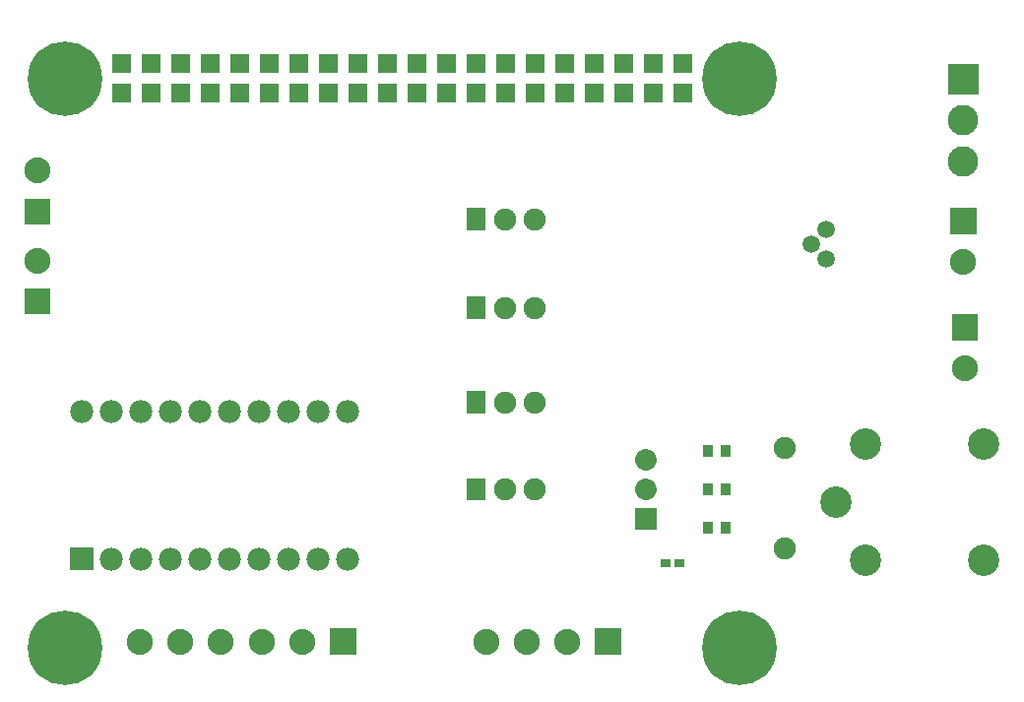
<source format=gts>
G04 Layer: TopSolderMaskLayer*
G04 EasyEDA v6.4.25, 2021-11-05T10:47:30--3:00*
G04 159a448e8e33406d94cad16c6973356b,c2117e28123c44379a42240d4d7dbbcc,10*
G04 Gerber Generator version 0.2*
G04 Scale: 100 percent, Rotated: No, Reflected: No *
G04 Dimensions in millimeters *
G04 leading zeros omitted , absolute positions ,4 integer and 5 decimal *
%FSLAX45Y45*%
%MOMM*%

%ADD33C,1.9016*%
%ADD35R,2.2352X2.2352*%
%ADD36C,2.2352*%
%ADD38C,2.6162*%
%ADD39C,2.7032*%
%ADD41C,1.9812*%
%ADD43C,6.4033*%
%ADD46C,1.5113*%

%LPD*%
D33*
X7188200Y1308100D02*
G01*
X7188200Y1308100D01*
X7188200Y1054100D02*
G01*
X7188200Y1054100D01*
G01*
X8382000Y1412900D03*
G01*
X8382000Y542899D03*
G01*
X6235700Y1803400D03*
G01*
X5981700Y1803400D03*
G36*
X5643879Y1708404D02*
G01*
X5643879Y1898395D01*
X5811520Y1898395D01*
X5811520Y1708404D01*
G37*
G01*
X6235700Y2616200D03*
G01*
X5981700Y2616200D03*
G36*
X5643879Y2521204D02*
G01*
X5643879Y2711195D01*
X5811520Y2711195D01*
X5811520Y2521204D01*
G37*
G01*
X6235700Y1054100D03*
G01*
X5981700Y1054100D03*
G36*
X5643879Y959104D02*
G01*
X5643879Y1149095D01*
X5811520Y1149095D01*
X5811520Y959104D01*
G37*
G01*
X6235700Y3378200D03*
G01*
X5981700Y3378200D03*
G36*
X5643879Y3283204D02*
G01*
X5643879Y3473195D01*
X5811520Y3473195D01*
X5811520Y3283204D01*
G37*
G36*
X6750050Y-365760D02*
G01*
X6750050Y-142239D01*
X6973570Y-142239D01*
X6973570Y-365760D01*
G37*
D36*
G01*
X6511290Y-254000D03*
G01*
X6160770Y-254000D03*
G01*
X5812790Y-254000D03*
G36*
X9787890Y4448810D02*
G01*
X9787890Y4710429D01*
X10049509Y4710429D01*
X10049509Y4448810D01*
G37*
D38*
G01*
X9918700Y4229100D03*
G01*
X9918700Y3878579D03*
G36*
X9806940Y3251200D02*
G01*
X9806940Y3474720D01*
X10030459Y3474720D01*
X10030459Y3251200D01*
G37*
D36*
G01*
X9918700Y3012439D03*
G36*
X9819640Y2336800D02*
G01*
X9819640Y2560320D01*
X10043159Y2560320D01*
X10043159Y2336800D01*
G37*
G01*
X9931400Y2098039D03*
D35*
G01*
X1955800Y3444239D03*
D36*
G01*
X1955800Y3794760D03*
D35*
G01*
X1955800Y2669539D03*
D36*
G01*
X1955800Y3020060D03*
G36*
X4471670Y-365760D02*
G01*
X4471670Y-142239D01*
X4695190Y-142239D01*
X4695190Y-365760D01*
G37*
G01*
X4232909Y-254000D03*
G01*
X3882390Y-254000D03*
G01*
X3534409Y-254000D03*
G01*
X3183890Y-254000D03*
G01*
X2833370Y-254000D03*
D39*
G01*
X10096500Y444500D03*
G01*
X10096500Y1444497D03*
G01*
X9076436Y1444497D03*
G01*
X9076436Y444500D03*
G01*
X8826500Y944371D03*
G36*
X7436611Y384047D02*
G01*
X7436611Y454152D01*
X7521702Y454152D01*
X7521702Y384047D01*
G37*
G36*
X7311897Y384047D02*
G01*
X7311897Y454152D01*
X7396988Y454152D01*
X7396988Y384047D01*
G37*
D41*
G01*
X3860800Y457200D03*
G01*
X4114800Y457200D03*
G01*
X4368800Y457200D03*
G01*
X4622800Y457200D03*
G01*
X3606800Y457200D03*
G01*
X2844800Y457200D03*
G01*
X2590800Y457200D03*
G36*
X2237740Y358139D02*
G01*
X2237740Y556260D01*
X2435859Y556260D01*
X2435859Y358139D01*
G37*
G01*
X4622800Y1727200D03*
G01*
X4368800Y1727200D03*
G01*
X4114800Y1727200D03*
G01*
X3860800Y1727200D03*
G01*
X3606800Y1727200D03*
G01*
X3352800Y1727200D03*
G01*
X3098800Y1727200D03*
G01*
X2844800Y1727200D03*
G01*
X2590800Y1727200D03*
G01*
X2336800Y1727200D03*
G01*
X3352800Y457200D03*
G01*
X3098800Y457200D03*
D43*
G01*
X2192020Y-309879D03*
G01*
X7990840Y-309879D03*
G01*
X7990840Y4589779D03*
G01*
X2192020Y4589779D03*
G36*
X2598927Y4381754D02*
G01*
X2598927Y4543552D01*
X2760725Y4543552D01*
X2760725Y4381754D01*
G37*
G36*
X2852927Y4381754D02*
G01*
X2852927Y4543552D01*
X3014725Y4543552D01*
X3014725Y4381754D01*
G37*
G36*
X3106927Y4381754D02*
G01*
X3106927Y4543552D01*
X3268725Y4543552D01*
X3268725Y4381754D01*
G37*
G36*
X3360927Y4381754D02*
G01*
X3360927Y4543552D01*
X3522725Y4543552D01*
X3522725Y4381754D01*
G37*
G36*
X3614927Y4381754D02*
G01*
X3614927Y4543552D01*
X3776725Y4543552D01*
X3776725Y4381754D01*
G37*
G36*
X3868927Y4381754D02*
G01*
X3868927Y4543552D01*
X4030725Y4543552D01*
X4030725Y4381754D01*
G37*
G36*
X2598927Y4635754D02*
G01*
X2598927Y4797552D01*
X2760725Y4797552D01*
X2760725Y4635754D01*
G37*
G36*
X2852927Y4635754D02*
G01*
X2852927Y4797552D01*
X3014725Y4797552D01*
X3014725Y4635754D01*
G37*
G36*
X3106927Y4635754D02*
G01*
X3106927Y4797552D01*
X3268725Y4797552D01*
X3268725Y4635754D01*
G37*
G36*
X3360927Y4635754D02*
G01*
X3360927Y4797552D01*
X3522725Y4797552D01*
X3522725Y4635754D01*
G37*
G36*
X3614927Y4635754D02*
G01*
X3614927Y4797552D01*
X3776725Y4797552D01*
X3776725Y4635754D01*
G37*
G36*
X3868927Y4635754D02*
G01*
X3868927Y4797552D01*
X4030725Y4797552D01*
X4030725Y4635754D01*
G37*
G36*
X4122927Y4381754D02*
G01*
X4122927Y4543552D01*
X4284725Y4543552D01*
X4284725Y4381754D01*
G37*
G36*
X4122927Y4635754D02*
G01*
X4122927Y4797552D01*
X4284725Y4797552D01*
X4284725Y4635754D01*
G37*
G36*
X4376927Y4381754D02*
G01*
X4376927Y4543552D01*
X4538725Y4543552D01*
X4538725Y4381754D01*
G37*
G36*
X4630927Y4381754D02*
G01*
X4630927Y4543552D01*
X4792725Y4543552D01*
X4792725Y4381754D01*
G37*
G36*
X4884927Y4381754D02*
G01*
X4884927Y4543552D01*
X5046725Y4543552D01*
X5046725Y4381754D01*
G37*
G36*
X5138927Y4381754D02*
G01*
X5138927Y4543552D01*
X5300725Y4543552D01*
X5300725Y4381754D01*
G37*
G36*
X5392927Y4381754D02*
G01*
X5392927Y4543552D01*
X5554725Y4543552D01*
X5554725Y4381754D01*
G37*
G36*
X5646927Y4381754D02*
G01*
X5646927Y4543552D01*
X5808725Y4543552D01*
X5808725Y4381754D01*
G37*
G36*
X4376927Y4635754D02*
G01*
X4376927Y4797552D01*
X4538725Y4797552D01*
X4538725Y4635754D01*
G37*
G36*
X4630927Y4635754D02*
G01*
X4630927Y4797552D01*
X4792725Y4797552D01*
X4792725Y4635754D01*
G37*
G36*
X4884927Y4635754D02*
G01*
X4884927Y4797552D01*
X5046725Y4797552D01*
X5046725Y4635754D01*
G37*
G36*
X5138927Y4635754D02*
G01*
X5138927Y4797552D01*
X5300725Y4797552D01*
X5300725Y4635754D01*
G37*
G36*
X5392927Y4635754D02*
G01*
X5392927Y4797552D01*
X5554725Y4797552D01*
X5554725Y4635754D01*
G37*
G36*
X5646927Y4635754D02*
G01*
X5646927Y4797552D01*
X5808725Y4797552D01*
X5808725Y4635754D01*
G37*
G36*
X5900927Y4381754D02*
G01*
X5900927Y4543552D01*
X6062725Y4543552D01*
X6062725Y4381754D01*
G37*
G36*
X5900927Y4635754D02*
G01*
X5900927Y4797552D01*
X6062725Y4797552D01*
X6062725Y4635754D01*
G37*
G36*
X6154927Y4381754D02*
G01*
X6154927Y4543552D01*
X6316725Y4543552D01*
X6316725Y4381754D01*
G37*
G36*
X6408927Y4381754D02*
G01*
X6408927Y4543552D01*
X6570725Y4543552D01*
X6570725Y4381754D01*
G37*
G36*
X6662927Y4381754D02*
G01*
X6662927Y4543552D01*
X6824725Y4543552D01*
X6824725Y4381754D01*
G37*
G36*
X6916927Y4381754D02*
G01*
X6916927Y4543552D01*
X7078725Y4543552D01*
X7078725Y4381754D01*
G37*
G36*
X7170927Y4381754D02*
G01*
X7170927Y4543552D01*
X7332725Y4543552D01*
X7332725Y4381754D01*
G37*
G36*
X7424927Y4381754D02*
G01*
X7424927Y4543552D01*
X7586725Y4543552D01*
X7586725Y4381754D01*
G37*
G36*
X6154927Y4635754D02*
G01*
X6154927Y4797552D01*
X6316725Y4797552D01*
X6316725Y4635754D01*
G37*
G36*
X6408927Y4635754D02*
G01*
X6408927Y4797552D01*
X6570725Y4797552D01*
X6570725Y4635754D01*
G37*
G36*
X6662927Y4635754D02*
G01*
X6662927Y4797552D01*
X6824725Y4797552D01*
X6824725Y4635754D01*
G37*
G36*
X6916927Y4635754D02*
G01*
X6916927Y4797552D01*
X7078725Y4797552D01*
X7078725Y4635754D01*
G37*
G36*
X7170927Y4635754D02*
G01*
X7170927Y4797552D01*
X7332725Y4797552D01*
X7332725Y4635754D01*
G37*
G36*
X7424927Y4635754D02*
G01*
X7424927Y4797552D01*
X7586725Y4797552D01*
X7586725Y4635754D01*
G37*
G36*
X7093204Y705104D02*
G01*
X7093204Y895095D01*
X7283195Y895095D01*
X7283195Y705104D01*
G37*
D46*
G01*
X8737600Y3035300D03*
G01*
X8610600Y3162300D03*
G01*
X8737600Y3289300D03*
G36*
X7827772Y675639D02*
G01*
X7827772Y772160D01*
X7918450Y772160D01*
X7918450Y675639D01*
G37*
G36*
X7677150Y675639D02*
G01*
X7677150Y772160D01*
X7767827Y772160D01*
X7767827Y675639D01*
G37*
G36*
X7827772Y1336039D02*
G01*
X7827772Y1432560D01*
X7918450Y1432560D01*
X7918450Y1336039D01*
G37*
G36*
X7677150Y1336039D02*
G01*
X7677150Y1432560D01*
X7767827Y1432560D01*
X7767827Y1336039D01*
G37*
G36*
X7827772Y1005839D02*
G01*
X7827772Y1102360D01*
X7918450Y1102360D01*
X7918450Y1005839D01*
G37*
G36*
X7677150Y1005839D02*
G01*
X7677150Y1102360D01*
X7767827Y1102360D01*
X7767827Y1005839D01*
G37*
M02*

</source>
